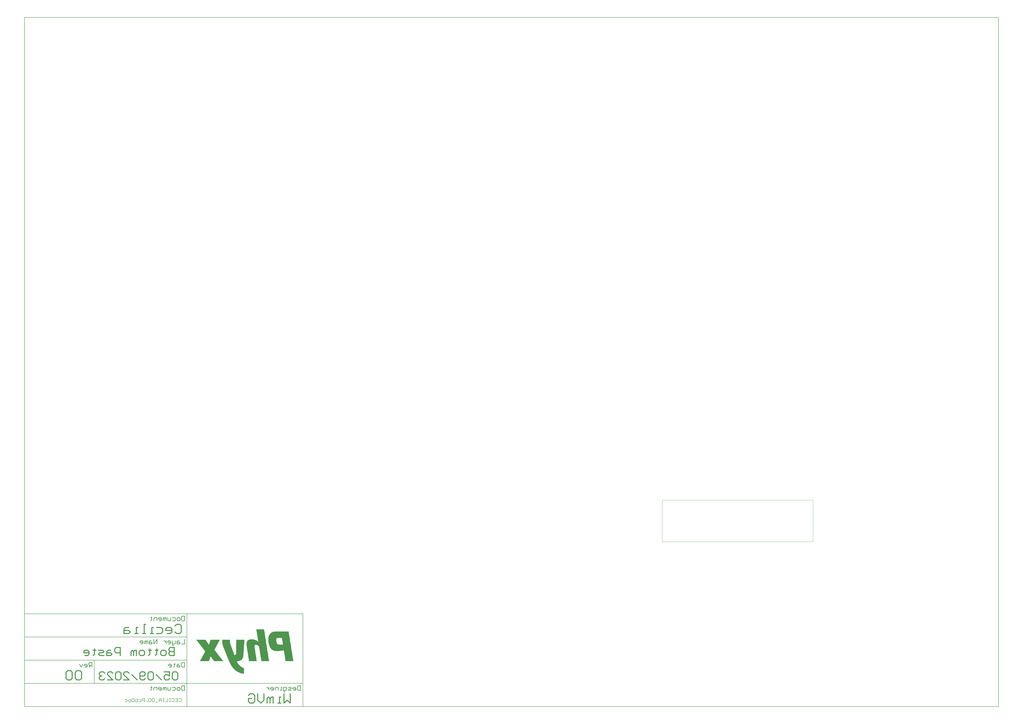
<source format=gbp>
G04*
G04 #@! TF.GenerationSoftware,Altium Limited,Altium Designer,23.8.1 (32)*
G04*
G04 Layer_Color=128*
%FSLAX25Y25*%
%MOIN*%
G70*
G04*
G04 #@! TF.SameCoordinates,025227D9-4B7A-4FEB-AE1B-E4A00E2DEE92*
G04*
G04*
G04 #@! TF.FilePolarity,Positive*
G04*
G01*
G75*
%ADD10C,0.00787*%
%ADD12C,0.00394*%
%ADD13C,0.00984*%
%ADD14C,0.01575*%
G36*
X109696Y-152365D02*
X107978D01*
Y-152651D01*
X107119D01*
Y-152937D01*
X106260D01*
Y-153224D01*
X105401D01*
Y-153510D01*
X104829D01*
Y-153796D01*
X104542D01*
Y-154083D01*
X103970D01*
Y-154369D01*
X103683D01*
Y-154655D01*
X103111D01*
Y-154942D01*
X102824D01*
Y-155228D01*
X102538D01*
Y-155514D01*
X102252D01*
Y-155801D01*
X101965D01*
Y-156087D01*
X101679D01*
Y-156373D01*
X101393D01*
Y-156659D01*
Y-156946D01*
X101107D01*
Y-157232D01*
X100820D01*
Y-157518D01*
Y-157805D01*
X100534D01*
Y-158091D01*
X100248D01*
Y-158377D01*
Y-158664D01*
X99961D01*
Y-158950D01*
Y-159236D01*
Y-159523D01*
X99675D01*
Y-159809D01*
Y-160095D01*
Y-160382D01*
X99389D01*
Y-160668D01*
Y-160954D01*
Y-161240D01*
Y-161527D01*
X99102D01*
Y-161813D01*
Y-162100D01*
Y-162386D01*
Y-162672D01*
Y-162958D01*
X98816D01*
Y-163245D01*
Y-163531D01*
Y-163817D01*
Y-164104D01*
Y-164390D01*
Y-164676D01*
Y-164963D01*
Y-165249D01*
Y-165535D01*
Y-165822D01*
Y-166108D01*
Y-166394D01*
Y-166681D01*
Y-166967D01*
Y-167253D01*
Y-167539D01*
Y-167826D01*
Y-168112D01*
Y-168398D01*
Y-168685D01*
X99102D01*
Y-168971D01*
Y-169257D01*
Y-169544D01*
Y-169830D01*
Y-170116D01*
Y-170403D01*
Y-170689D01*
X99389D01*
Y-170975D01*
Y-171262D01*
Y-171548D01*
Y-171834D01*
Y-172120D01*
X99675D01*
Y-172407D01*
Y-172693D01*
Y-172979D01*
Y-173266D01*
Y-173552D01*
X99961D01*
Y-173838D01*
Y-174125D01*
Y-174411D01*
X100248D01*
Y-174697D01*
Y-174984D01*
Y-175270D01*
Y-175556D01*
X100534D01*
Y-175842D01*
Y-176129D01*
Y-176415D01*
X100820D01*
Y-176701D01*
Y-176988D01*
X101107D01*
Y-177274D01*
Y-177560D01*
Y-177847D01*
X101393D01*
Y-178133D01*
Y-178419D01*
X101679D01*
Y-178706D01*
Y-178992D01*
X101965D01*
Y-179278D01*
Y-179565D01*
X102252D01*
Y-179851D01*
X102538D01*
Y-180137D01*
Y-180423D01*
X102824D01*
Y-180710D01*
X103111D01*
Y-180996D01*
X103397D01*
Y-181282D01*
Y-181569D01*
X103683D01*
Y-181855D01*
X103970D01*
Y-182141D01*
X104256D01*
Y-182428D01*
X104542D01*
Y-182714D01*
X104829D01*
Y-183000D01*
X105401D01*
Y-183287D01*
X105688D01*
Y-183573D01*
X106260D01*
Y-183859D01*
X106546D01*
Y-184146D01*
X107119D01*
Y-184432D01*
X107978D01*
Y-184718D01*
X108837D01*
Y-185004D01*
X109696D01*
Y-185291D01*
X111414D01*
Y-185577D01*
X116568D01*
Y-185291D01*
X119144D01*
Y-185004D01*
X121149D01*
Y-184718D01*
X122580D01*
Y-184432D01*
X124012D01*
Y-184146D01*
X125443D01*
Y-184432D01*
Y-184718D01*
Y-185004D01*
Y-185291D01*
Y-185577D01*
Y-185863D01*
Y-186150D01*
X125730D01*
Y-186436D01*
Y-186722D01*
Y-187009D01*
Y-187295D01*
Y-187581D01*
Y-187868D01*
X126016D01*
Y-188154D01*
Y-188440D01*
Y-188727D01*
Y-189013D01*
Y-189299D01*
Y-189585D01*
X126302D01*
Y-189872D01*
Y-190158D01*
Y-190444D01*
Y-190731D01*
Y-191017D01*
Y-191303D01*
Y-191590D01*
X126588D01*
Y-191876D01*
Y-192162D01*
Y-192449D01*
Y-192735D01*
Y-193021D01*
Y-193308D01*
X126875D01*
Y-193594D01*
Y-193880D01*
Y-194167D01*
Y-194453D01*
Y-194739D01*
Y-195025D01*
X127161D01*
Y-195312D01*
Y-195598D01*
Y-195884D01*
Y-196171D01*
Y-196457D01*
Y-196743D01*
Y-197030D01*
X127447D01*
Y-197316D01*
Y-197602D01*
Y-197889D01*
Y-198175D01*
Y-198461D01*
Y-198748D01*
X127734D01*
Y-199034D01*
Y-199320D01*
Y-199606D01*
Y-199893D01*
Y-200179D01*
Y-200465D01*
X128020D01*
Y-200752D01*
Y-201038D01*
Y-201324D01*
Y-201611D01*
Y-201897D01*
Y-202183D01*
Y-202470D01*
X141477D01*
Y-202183D01*
X141190D01*
Y-201897D01*
Y-201611D01*
Y-201324D01*
Y-201038D01*
Y-200752D01*
X140904D01*
Y-200465D01*
Y-200179D01*
Y-199893D01*
Y-199606D01*
Y-199320D01*
Y-199034D01*
Y-198748D01*
X140618D01*
Y-198461D01*
Y-198175D01*
Y-197889D01*
Y-197602D01*
Y-197316D01*
Y-197030D01*
X140331D01*
Y-196743D01*
Y-196457D01*
Y-196171D01*
Y-195884D01*
Y-195598D01*
Y-195312D01*
X140045D01*
Y-195025D01*
Y-194739D01*
Y-194453D01*
Y-194167D01*
Y-193880D01*
Y-193594D01*
Y-193308D01*
X139759D01*
Y-193021D01*
Y-192735D01*
Y-192449D01*
Y-192162D01*
Y-191876D01*
Y-191590D01*
X139472D01*
Y-191303D01*
Y-191017D01*
Y-190731D01*
Y-190444D01*
Y-190158D01*
Y-189872D01*
X139186D01*
Y-189585D01*
Y-189299D01*
Y-189013D01*
Y-188727D01*
Y-188440D01*
Y-188154D01*
X138900D01*
Y-187868D01*
Y-187581D01*
Y-187295D01*
Y-187009D01*
Y-186722D01*
Y-186436D01*
Y-186150D01*
X138614D01*
Y-185863D01*
Y-185577D01*
Y-185291D01*
Y-185004D01*
Y-184718D01*
Y-184432D01*
X138327D01*
Y-184146D01*
Y-183859D01*
Y-183573D01*
Y-183287D01*
Y-183000D01*
Y-182714D01*
X138041D01*
Y-182428D01*
Y-182141D01*
Y-181855D01*
Y-181569D01*
Y-181282D01*
Y-180996D01*
X137755D01*
Y-180710D01*
Y-180423D01*
Y-180137D01*
Y-179851D01*
Y-179565D01*
Y-179278D01*
Y-178992D01*
X137468D01*
Y-178706D01*
Y-178419D01*
Y-178133D01*
Y-177847D01*
Y-177560D01*
Y-177274D01*
X137182D01*
Y-176988D01*
Y-176701D01*
Y-176415D01*
Y-176129D01*
Y-175842D01*
Y-175556D01*
X136896D01*
Y-175270D01*
Y-174984D01*
Y-174697D01*
Y-174411D01*
Y-174125D01*
Y-173838D01*
Y-173552D01*
X136609D01*
Y-173266D01*
Y-172979D01*
Y-172693D01*
Y-172407D01*
Y-172120D01*
Y-171834D01*
X136323D01*
Y-171548D01*
Y-171262D01*
Y-170975D01*
Y-170689D01*
Y-170403D01*
Y-170116D01*
X136037D01*
Y-169830D01*
Y-169544D01*
Y-169257D01*
Y-168971D01*
Y-168685D01*
Y-168398D01*
X135750D01*
Y-168112D01*
Y-167826D01*
Y-167539D01*
Y-167253D01*
Y-166967D01*
Y-166681D01*
Y-166394D01*
X135464D01*
Y-166108D01*
Y-165822D01*
Y-165535D01*
Y-165249D01*
Y-164963D01*
Y-164676D01*
X135178D01*
Y-164390D01*
Y-164104D01*
Y-163817D01*
Y-163531D01*
Y-163245D01*
Y-162958D01*
X134891D01*
Y-162672D01*
Y-162386D01*
Y-162100D01*
Y-161813D01*
Y-161527D01*
Y-161240D01*
Y-160954D01*
X134605D01*
Y-160668D01*
Y-160382D01*
Y-160095D01*
Y-159809D01*
Y-159523D01*
Y-159236D01*
X134319D01*
Y-158950D01*
Y-158664D01*
Y-158377D01*
Y-158091D01*
Y-157805D01*
Y-157518D01*
X134033D01*
Y-157232D01*
Y-156946D01*
Y-156659D01*
Y-156373D01*
Y-156087D01*
Y-155801D01*
Y-155514D01*
X133746D01*
Y-155228D01*
Y-154942D01*
Y-154655D01*
Y-154369D01*
Y-154083D01*
Y-153796D01*
X133460D01*
Y-153510D01*
Y-153224D01*
Y-152937D01*
Y-152651D01*
Y-152365D01*
Y-152078D01*
X109696D01*
Y-152365D01*
D02*
G37*
G36*
X78488Y-148929D02*
Y-149215D01*
X78774D01*
Y-149502D01*
Y-149788D01*
Y-150074D01*
Y-150361D01*
Y-150647D01*
Y-150933D01*
X79061D01*
Y-151220D01*
Y-151506D01*
Y-151792D01*
Y-152078D01*
Y-152365D01*
Y-152651D01*
X79347D01*
Y-152937D01*
Y-153224D01*
Y-153510D01*
Y-153796D01*
Y-154083D01*
Y-154369D01*
Y-154655D01*
X79633D01*
Y-154942D01*
Y-155228D01*
Y-155514D01*
Y-155801D01*
Y-156087D01*
Y-156373D01*
X79919D01*
Y-156659D01*
Y-156946D01*
Y-157232D01*
Y-157518D01*
Y-157805D01*
Y-158091D01*
X80206D01*
Y-158377D01*
Y-158664D01*
Y-158950D01*
Y-159236D01*
Y-159523D01*
Y-159809D01*
Y-160095D01*
X80492D01*
Y-160382D01*
Y-160668D01*
Y-160954D01*
Y-161240D01*
Y-161527D01*
Y-161813D01*
X80778D01*
Y-162100D01*
Y-162386D01*
Y-162672D01*
Y-162958D01*
Y-163245D01*
Y-163531D01*
X81065D01*
Y-163817D01*
Y-164104D01*
Y-164390D01*
Y-164676D01*
Y-164963D01*
Y-165249D01*
X81351D01*
Y-165535D01*
Y-165822D01*
Y-166108D01*
Y-166394D01*
Y-166681D01*
Y-166967D01*
Y-167253D01*
X81637D01*
Y-167539D01*
Y-167826D01*
Y-168112D01*
Y-168398D01*
Y-168685D01*
Y-168971D01*
X81924D01*
Y-169257D01*
Y-169544D01*
X81351D01*
Y-169257D01*
X81065D01*
Y-168971D01*
X80778D01*
Y-168685D01*
X80206D01*
Y-168398D01*
X79919D01*
Y-168112D01*
X79633D01*
Y-167826D01*
X79061D01*
Y-167539D01*
X78488D01*
Y-167253D01*
X78202D01*
Y-166967D01*
X77629D01*
Y-166681D01*
X76770D01*
Y-166394D01*
X76197D01*
Y-166108D01*
X75338D01*
Y-165822D01*
X73907D01*
Y-165535D01*
X67608D01*
Y-165822D01*
X66463D01*
Y-166108D01*
X65604D01*
Y-166394D01*
X65031D01*
Y-166681D01*
X64745D01*
Y-166967D01*
X64172D01*
Y-167253D01*
X63886D01*
Y-167539D01*
X63600D01*
Y-167826D01*
X63313D01*
Y-168112D01*
X63027D01*
Y-168398D01*
Y-168685D01*
X62741D01*
Y-168971D01*
Y-169257D01*
X62454D01*
Y-169544D01*
Y-169830D01*
Y-170116D01*
X62168D01*
Y-170403D01*
Y-170689D01*
Y-170975D01*
Y-171262D01*
X61882D01*
Y-171548D01*
Y-171834D01*
Y-172120D01*
Y-172407D01*
Y-172693D01*
Y-172979D01*
Y-173266D01*
Y-173552D01*
Y-173838D01*
Y-174125D01*
Y-174411D01*
Y-174697D01*
Y-174984D01*
Y-175270D01*
Y-175556D01*
Y-175842D01*
Y-176129D01*
Y-176415D01*
X62168D01*
Y-176701D01*
Y-176988D01*
Y-177274D01*
Y-177560D01*
Y-177847D01*
Y-178133D01*
Y-178419D01*
X62454D01*
Y-178706D01*
Y-178992D01*
Y-179278D01*
Y-179565D01*
Y-179851D01*
Y-180137D01*
Y-180423D01*
X62741D01*
Y-180710D01*
Y-180996D01*
Y-181282D01*
Y-181569D01*
Y-181855D01*
Y-182141D01*
X63027D01*
Y-182428D01*
Y-182714D01*
Y-183000D01*
Y-183287D01*
Y-183573D01*
Y-183859D01*
X63313D01*
Y-184146D01*
Y-184432D01*
Y-184718D01*
Y-185004D01*
Y-185291D01*
Y-185577D01*
X63600D01*
Y-185863D01*
Y-186150D01*
Y-186436D01*
Y-186722D01*
Y-187009D01*
Y-187295D01*
Y-187581D01*
X63886D01*
Y-187868D01*
Y-188154D01*
Y-188440D01*
Y-188727D01*
Y-189013D01*
Y-189299D01*
X64172D01*
Y-189585D01*
Y-189872D01*
Y-190158D01*
Y-190444D01*
Y-190731D01*
Y-191017D01*
X64459D01*
Y-191303D01*
Y-191590D01*
Y-191876D01*
Y-192162D01*
Y-192449D01*
Y-192735D01*
Y-193021D01*
X64745D01*
Y-193308D01*
Y-193594D01*
Y-193880D01*
Y-194167D01*
Y-194453D01*
Y-194739D01*
X65031D01*
Y-195025D01*
Y-195312D01*
Y-195598D01*
Y-195884D01*
Y-196171D01*
Y-196457D01*
X65317D01*
Y-196743D01*
Y-197030D01*
Y-197316D01*
Y-197602D01*
Y-197889D01*
Y-198175D01*
X65604D01*
Y-198461D01*
Y-198748D01*
Y-199034D01*
Y-199320D01*
Y-199606D01*
Y-199893D01*
Y-200179D01*
X65890D01*
Y-200465D01*
Y-200752D01*
Y-201038D01*
Y-201324D01*
Y-201611D01*
Y-201897D01*
X66176D01*
Y-202183D01*
Y-202470D01*
X79347D01*
Y-202183D01*
Y-201897D01*
X79061D01*
Y-201611D01*
Y-201324D01*
Y-201038D01*
Y-200752D01*
Y-200465D01*
Y-200179D01*
X78774D01*
Y-199893D01*
Y-199606D01*
Y-199320D01*
Y-199034D01*
Y-198748D01*
Y-198461D01*
Y-198175D01*
X78488D01*
Y-197889D01*
Y-197602D01*
Y-197316D01*
Y-197030D01*
Y-196743D01*
Y-196457D01*
X78202D01*
Y-196171D01*
Y-195884D01*
Y-195598D01*
Y-195312D01*
Y-195025D01*
Y-194739D01*
X77915D01*
Y-194453D01*
Y-194167D01*
Y-193880D01*
Y-193594D01*
Y-193308D01*
Y-193021D01*
Y-192735D01*
X77629D01*
Y-192449D01*
Y-192162D01*
Y-191876D01*
Y-191590D01*
Y-191303D01*
Y-191017D01*
X77343D01*
Y-190731D01*
Y-190444D01*
Y-190158D01*
Y-189872D01*
Y-189585D01*
Y-189299D01*
Y-189013D01*
X77056D01*
Y-188727D01*
Y-188440D01*
Y-188154D01*
Y-187868D01*
Y-187581D01*
Y-187295D01*
X76770D01*
Y-187009D01*
Y-186722D01*
Y-186436D01*
Y-186150D01*
Y-185863D01*
Y-185577D01*
X76484D01*
Y-185291D01*
Y-185004D01*
Y-184718D01*
Y-184432D01*
Y-184146D01*
Y-183859D01*
X76197D01*
Y-183573D01*
Y-183287D01*
Y-183000D01*
Y-182714D01*
Y-182428D01*
Y-182141D01*
Y-181855D01*
X75911D01*
Y-181569D01*
Y-181282D01*
Y-180996D01*
Y-180710D01*
Y-180423D01*
Y-180137D01*
X75625D01*
Y-179851D01*
Y-179565D01*
Y-179278D01*
Y-178992D01*
Y-178706D01*
Y-178419D01*
Y-178133D01*
X75338D01*
Y-177847D01*
Y-177560D01*
Y-177274D01*
Y-176988D01*
Y-176701D01*
Y-176415D01*
X75625D01*
Y-176129D01*
Y-175842D01*
X75911D01*
Y-175556D01*
X76197D01*
Y-175270D01*
X76770D01*
Y-174984D01*
X78488D01*
Y-175270D01*
X79919D01*
Y-175556D01*
X80778D01*
Y-175842D01*
X81351D01*
Y-176129D01*
X81637D01*
Y-176415D01*
X82210D01*
Y-176701D01*
X82496D01*
Y-176988D01*
X82783D01*
Y-177274D01*
Y-177560D01*
X83069D01*
Y-177847D01*
Y-178133D01*
Y-178419D01*
X83355D01*
Y-178706D01*
Y-178992D01*
Y-179278D01*
Y-179565D01*
Y-179851D01*
Y-180137D01*
X83641D01*
Y-180423D01*
Y-180710D01*
Y-180996D01*
Y-181282D01*
Y-181569D01*
Y-181855D01*
Y-182141D01*
X83928D01*
Y-182428D01*
Y-182714D01*
Y-183000D01*
Y-183287D01*
Y-183573D01*
Y-183859D01*
X84214D01*
Y-184146D01*
Y-184432D01*
Y-184718D01*
Y-185004D01*
Y-185291D01*
Y-185577D01*
X84500D01*
Y-185863D01*
Y-186150D01*
Y-186436D01*
Y-186722D01*
Y-187009D01*
Y-187295D01*
X84787D01*
Y-187581D01*
Y-187868D01*
Y-188154D01*
Y-188440D01*
Y-188727D01*
Y-189013D01*
Y-189299D01*
X85073D01*
Y-189585D01*
Y-189872D01*
Y-190158D01*
Y-190444D01*
Y-190731D01*
Y-191017D01*
X85359D01*
Y-191303D01*
Y-191590D01*
Y-191876D01*
Y-192162D01*
Y-192449D01*
Y-192735D01*
X85646D01*
Y-193021D01*
Y-193308D01*
Y-193594D01*
Y-193880D01*
Y-194167D01*
Y-194453D01*
Y-194739D01*
X85932D01*
Y-195025D01*
Y-195312D01*
Y-195598D01*
Y-195884D01*
Y-196171D01*
Y-196457D01*
X86218D01*
Y-196743D01*
Y-197030D01*
Y-197316D01*
Y-197602D01*
Y-197889D01*
Y-198175D01*
X86505D01*
Y-198461D01*
Y-198748D01*
Y-199034D01*
Y-199320D01*
Y-199606D01*
Y-199893D01*
X86791D01*
Y-200179D01*
Y-200465D01*
Y-200752D01*
Y-201038D01*
Y-201324D01*
Y-201611D01*
Y-201897D01*
X87077D01*
Y-202183D01*
Y-202470D01*
X100248D01*
Y-202183D01*
Y-201897D01*
X99961D01*
Y-201611D01*
Y-201324D01*
Y-201038D01*
Y-200752D01*
Y-200465D01*
Y-200179D01*
Y-199893D01*
X99675D01*
Y-199606D01*
Y-199320D01*
Y-199034D01*
Y-198748D01*
Y-198461D01*
Y-198175D01*
X99389D01*
Y-197889D01*
Y-197602D01*
Y-197316D01*
Y-197030D01*
Y-196743D01*
Y-196457D01*
X99102D01*
Y-196171D01*
Y-195884D01*
Y-195598D01*
Y-195312D01*
Y-195025D01*
Y-194739D01*
Y-194453D01*
X98816D01*
Y-194167D01*
Y-193880D01*
Y-193594D01*
Y-193308D01*
Y-193021D01*
Y-192735D01*
X98530D01*
Y-192449D01*
Y-192162D01*
Y-191876D01*
Y-191590D01*
Y-191303D01*
Y-191017D01*
X98243D01*
Y-190731D01*
Y-190444D01*
Y-190158D01*
Y-189872D01*
Y-189585D01*
Y-189299D01*
X97957D01*
Y-189013D01*
Y-188727D01*
Y-188440D01*
Y-188154D01*
Y-187868D01*
Y-187581D01*
Y-187295D01*
X97671D01*
Y-187009D01*
Y-186722D01*
Y-186436D01*
Y-186150D01*
Y-185863D01*
Y-185577D01*
X97385D01*
Y-185291D01*
Y-185004D01*
Y-184718D01*
Y-184432D01*
Y-184146D01*
Y-183859D01*
X97098D01*
Y-183573D01*
Y-183287D01*
Y-183000D01*
Y-182714D01*
Y-182428D01*
Y-182141D01*
Y-181855D01*
X96812D01*
Y-181569D01*
Y-181282D01*
Y-180996D01*
Y-180710D01*
Y-180423D01*
Y-180137D01*
X96526D01*
Y-179851D01*
Y-179565D01*
Y-179278D01*
Y-178992D01*
Y-178706D01*
Y-178419D01*
X96239D01*
Y-178133D01*
Y-177847D01*
Y-177560D01*
Y-177274D01*
Y-176988D01*
Y-176701D01*
X95953D01*
Y-176415D01*
Y-176129D01*
Y-175842D01*
Y-175556D01*
Y-175270D01*
Y-174984D01*
Y-174697D01*
X95667D01*
Y-174411D01*
Y-174125D01*
Y-173838D01*
Y-173552D01*
Y-173266D01*
Y-172979D01*
X95380D01*
Y-172693D01*
Y-172407D01*
Y-172120D01*
Y-171834D01*
Y-171548D01*
Y-171262D01*
X95094D01*
Y-170975D01*
Y-170689D01*
Y-170403D01*
Y-170116D01*
Y-169830D01*
Y-169544D01*
X94808D01*
Y-169257D01*
Y-168971D01*
Y-168685D01*
Y-168398D01*
Y-168112D01*
Y-167826D01*
Y-167539D01*
X94521D01*
Y-167253D01*
Y-166967D01*
Y-166681D01*
Y-166394D01*
Y-166108D01*
Y-165822D01*
X94235D01*
Y-165535D01*
Y-165249D01*
Y-164963D01*
Y-164676D01*
Y-164390D01*
Y-164104D01*
X93949D01*
Y-163817D01*
Y-163531D01*
Y-163245D01*
Y-162958D01*
Y-162672D01*
Y-162386D01*
Y-162100D01*
X93663D01*
Y-161813D01*
Y-161527D01*
Y-161240D01*
Y-160954D01*
Y-160668D01*
Y-160382D01*
X93376D01*
Y-160095D01*
Y-159809D01*
Y-159523D01*
Y-159236D01*
Y-158950D01*
Y-158664D01*
X93090D01*
Y-158377D01*
Y-158091D01*
Y-157805D01*
Y-157518D01*
Y-157232D01*
Y-156946D01*
X92804D01*
Y-156659D01*
Y-156373D01*
Y-156087D01*
Y-155801D01*
Y-155514D01*
Y-155228D01*
Y-154942D01*
X92517D01*
Y-154655D01*
Y-154369D01*
Y-154083D01*
Y-153796D01*
Y-153510D01*
Y-153224D01*
X92231D01*
Y-152937D01*
Y-152651D01*
Y-152365D01*
Y-152078D01*
Y-151792D01*
Y-151506D01*
X91945D01*
Y-151220D01*
Y-150933D01*
Y-150647D01*
Y-150361D01*
Y-150074D01*
Y-149788D01*
Y-149502D01*
X91658D01*
Y-149215D01*
Y-148929D01*
Y-148643D01*
X78488D01*
Y-148929D01*
D02*
G37*
G36*
X-23439Y-166394D02*
X-23153D01*
Y-166681D01*
X-22867D01*
Y-166967D01*
Y-167253D01*
X-22581D01*
Y-167539D01*
X-22294D01*
Y-167826D01*
X-22008D01*
Y-168112D01*
Y-168398D01*
X-21722D01*
Y-168685D01*
X-21435D01*
Y-168971D01*
X-21149D01*
Y-169257D01*
X-20863D01*
Y-169544D01*
Y-169830D01*
X-20576D01*
Y-170116D01*
X-20290D01*
Y-170403D01*
X-20004D01*
Y-170689D01*
Y-170975D01*
X-19717D01*
Y-171262D01*
X-19431D01*
Y-171548D01*
X-19145D01*
Y-171834D01*
X-18858D01*
Y-172120D01*
Y-172407D01*
X-18572D01*
Y-172693D01*
X-18286D01*
Y-172979D01*
X-18000D01*
Y-173266D01*
Y-173552D01*
X-17713D01*
Y-173838D01*
X-17427D01*
Y-174125D01*
X-17141D01*
Y-174411D01*
Y-174697D01*
X-16854D01*
Y-174984D01*
X-16568D01*
Y-175270D01*
X-16282D01*
Y-175556D01*
X-15995D01*
Y-175842D01*
Y-176129D01*
X-15709D01*
Y-176415D01*
X-15423D01*
Y-176701D01*
X-15136D01*
Y-176988D01*
Y-177274D01*
X-14850D01*
Y-177560D01*
X-14564D01*
Y-177847D01*
X-14277D01*
Y-178133D01*
Y-178419D01*
X-13991D01*
Y-178706D01*
X-13705D01*
Y-178992D01*
X-13419D01*
Y-179278D01*
X-13132D01*
Y-179565D01*
Y-179851D01*
X-12846D01*
Y-180137D01*
X-12560D01*
Y-180423D01*
X-12273D01*
Y-180710D01*
Y-180996D01*
X-11987D01*
Y-181282D01*
X-11701D01*
Y-181569D01*
X-11414D01*
Y-181855D01*
Y-182141D01*
X-11128D01*
Y-182428D01*
X-10842D01*
Y-182714D01*
X-10555D01*
Y-183000D01*
X-10269D01*
Y-183287D01*
Y-183573D01*
X-9983D01*
Y-183859D01*
X-9697D01*
Y-184146D01*
X-9410D01*
Y-184432D01*
Y-184718D01*
X-9124D01*
Y-185004D01*
X-8838D01*
Y-185291D01*
X-8551D01*
Y-185577D01*
X-8265D01*
Y-185863D01*
Y-186150D01*
X-8551D01*
Y-186436D01*
Y-186722D01*
X-8838D01*
Y-187009D01*
Y-187295D01*
X-9124D01*
Y-187581D01*
X-9410D01*
Y-187868D01*
Y-188154D01*
X-9697D01*
Y-188440D01*
Y-188727D01*
X-9983D01*
Y-189013D01*
Y-189299D01*
X-10269D01*
Y-189585D01*
Y-189872D01*
X-10555D01*
Y-190158D01*
Y-190444D01*
X-10842D01*
Y-190731D01*
Y-191017D01*
X-11128D01*
Y-191303D01*
Y-191590D01*
X-11414D01*
Y-191876D01*
Y-192162D01*
X-11701D01*
Y-192449D01*
X-11987D01*
Y-192735D01*
Y-193021D01*
X-12273D01*
Y-193308D01*
Y-193594D01*
X-12560D01*
Y-193880D01*
Y-194167D01*
X-12846D01*
Y-194453D01*
Y-194739D01*
X-13132D01*
Y-195025D01*
Y-195312D01*
X-13419D01*
Y-195598D01*
Y-195884D01*
X-13705D01*
Y-196171D01*
Y-196457D01*
X-13991D01*
Y-196743D01*
X-14277D01*
Y-197030D01*
Y-197316D01*
X-14564D01*
Y-197602D01*
Y-197889D01*
X-14850D01*
Y-198175D01*
Y-198461D01*
X-15136D01*
Y-198748D01*
Y-199034D01*
X-15423D01*
Y-199320D01*
Y-199606D01*
X-15709D01*
Y-199893D01*
Y-200179D01*
X-15995D01*
Y-200465D01*
Y-200752D01*
X-16282D01*
Y-201038D01*
X-16568D01*
Y-201324D01*
Y-201611D01*
X-16854D01*
Y-201897D01*
Y-202183D01*
X-17141D01*
Y-202470D01*
X-1966D01*
Y-202183D01*
X-1680D01*
Y-201897D01*
Y-201611D01*
Y-201324D01*
X-1393D01*
Y-201038D01*
Y-200752D01*
Y-200465D01*
X-1107D01*
Y-200179D01*
Y-199893D01*
X-821D01*
Y-199606D01*
Y-199320D01*
Y-199034D01*
X-534D01*
Y-198748D01*
Y-198461D01*
Y-198175D01*
X-248D01*
Y-197889D01*
Y-197602D01*
X38D01*
Y-197316D01*
Y-197030D01*
Y-196743D01*
X325D01*
Y-196457D01*
Y-196171D01*
Y-195884D01*
X611D01*
Y-195598D01*
Y-195312D01*
Y-195025D01*
X897D01*
Y-194739D01*
X1470D01*
Y-195025D01*
Y-195312D01*
X1756D01*
Y-195598D01*
X2042D01*
Y-195884D01*
Y-196171D01*
X2329D01*
Y-196457D01*
X2615D01*
Y-196743D01*
Y-197030D01*
X2901D01*
Y-197316D01*
X3188D01*
Y-197602D01*
Y-197889D01*
X3474D01*
Y-198175D01*
X3760D01*
Y-198461D01*
X4047D01*
Y-198748D01*
Y-199034D01*
X4333D01*
Y-199320D01*
X4619D01*
Y-199606D01*
Y-199893D01*
X4905D01*
Y-200179D01*
X5192D01*
Y-200465D01*
Y-200752D01*
X5478D01*
Y-201038D01*
X5764D01*
Y-201324D01*
Y-201611D01*
X6051D01*
Y-201897D01*
X6337D01*
Y-202183D01*
Y-202470D01*
X22371D01*
Y-202183D01*
X22084D01*
Y-201897D01*
X21798D01*
Y-201611D01*
X21512D01*
Y-201324D01*
X21225D01*
Y-201038D01*
Y-200752D01*
X20939D01*
Y-200465D01*
X20653D01*
Y-200179D01*
X20366D01*
Y-199893D01*
X20080D01*
Y-199606D01*
Y-199320D01*
X19794D01*
Y-199034D01*
X19507D01*
Y-198748D01*
X19221D01*
Y-198461D01*
Y-198175D01*
X18935D01*
Y-197889D01*
X18649D01*
Y-197602D01*
X18362D01*
Y-197316D01*
X18076D01*
Y-197030D01*
Y-196743D01*
X17789D01*
Y-196457D01*
X17503D01*
Y-196171D01*
X17217D01*
Y-195884D01*
X16931D01*
Y-195598D01*
Y-195312D01*
X16644D01*
Y-195025D01*
X16358D01*
Y-194739D01*
X16072D01*
Y-194453D01*
Y-194167D01*
X15785D01*
Y-193880D01*
X15499D01*
Y-193594D01*
X15213D01*
Y-193308D01*
X14926D01*
Y-193021D01*
Y-192735D01*
X14640D01*
Y-192449D01*
X14354D01*
Y-192162D01*
X14067D01*
Y-191876D01*
Y-191590D01*
X13781D01*
Y-191303D01*
X13495D01*
Y-191017D01*
X13208D01*
Y-190731D01*
X12922D01*
Y-190444D01*
Y-190158D01*
X12636D01*
Y-189872D01*
X12350D01*
Y-189585D01*
X12063D01*
Y-189299D01*
Y-189013D01*
X11777D01*
Y-188727D01*
X11491D01*
Y-188440D01*
X11204D01*
Y-188154D01*
X10918D01*
Y-187868D01*
Y-187581D01*
X10632D01*
Y-187295D01*
X10345D01*
Y-187009D01*
X10059D01*
Y-186722D01*
X9773D01*
Y-186436D01*
Y-186150D01*
X9487D01*
Y-185863D01*
X9200D01*
Y-185577D01*
X8914D01*
Y-185291D01*
Y-185004D01*
X8627D01*
Y-184718D01*
X8341D01*
Y-184432D01*
X8055D01*
Y-184146D01*
X7769D01*
Y-183859D01*
Y-183573D01*
X7482D01*
Y-183287D01*
Y-183000D01*
Y-182714D01*
X7769D01*
Y-182428D01*
X8055D01*
Y-182141D01*
Y-181855D01*
X8341D01*
Y-181569D01*
Y-181282D01*
X8627D01*
Y-180996D01*
Y-180710D01*
X8914D01*
Y-180423D01*
Y-180137D01*
X9200D01*
Y-179851D01*
Y-179565D01*
X9487D01*
Y-179278D01*
Y-178992D01*
X9773D01*
Y-178706D01*
X10059D01*
Y-178419D01*
Y-178133D01*
X10345D01*
Y-177847D01*
Y-177560D01*
X10632D01*
Y-177274D01*
Y-176988D01*
X10918D01*
Y-176701D01*
Y-176415D01*
X11204D01*
Y-176129D01*
Y-175842D01*
X11491D01*
Y-175556D01*
Y-175270D01*
X11777D01*
Y-174984D01*
X12063D01*
Y-174697D01*
Y-174411D01*
X12350D01*
Y-174125D01*
Y-173838D01*
X12636D01*
Y-173552D01*
Y-173266D01*
X12922D01*
Y-172979D01*
Y-172693D01*
X13208D01*
Y-172407D01*
Y-172120D01*
X13495D01*
Y-171834D01*
Y-171548D01*
X13781D01*
Y-171262D01*
Y-170975D01*
X14067D01*
Y-170689D01*
X14354D01*
Y-170403D01*
Y-170116D01*
X14640D01*
Y-169830D01*
Y-169544D01*
X14926D01*
Y-169257D01*
Y-168971D01*
X15213D01*
Y-168685D01*
Y-168398D01*
X15499D01*
Y-168112D01*
Y-167826D01*
X15785D01*
Y-167539D01*
Y-167253D01*
X16072D01*
Y-166967D01*
X16358D01*
Y-166681D01*
Y-166394D01*
X16644D01*
Y-166108D01*
X897D01*
Y-166394D01*
X611D01*
Y-166681D01*
Y-166967D01*
Y-167253D01*
X325D01*
Y-167539D01*
Y-167826D01*
Y-168112D01*
X38D01*
Y-168398D01*
Y-168685D01*
Y-168971D01*
X-248D01*
Y-169257D01*
Y-169544D01*
Y-169830D01*
X-534D01*
Y-170116D01*
Y-170403D01*
Y-170689D01*
X-821D01*
Y-170975D01*
Y-171262D01*
Y-171548D01*
X-1107D01*
Y-171834D01*
Y-172120D01*
Y-172407D01*
X-1393D01*
Y-172693D01*
Y-172979D01*
Y-173266D01*
X-1680D01*
Y-173552D01*
Y-173838D01*
Y-174125D01*
Y-174411D01*
X-2252D01*
Y-174125D01*
X-2539D01*
Y-173838D01*
X-2825D01*
Y-173552D01*
Y-173266D01*
X-3111D01*
Y-172979D01*
X-3398D01*
Y-172693D01*
Y-172407D01*
X-3684D01*
Y-172120D01*
X-3970D01*
Y-171834D01*
Y-171548D01*
X-4256D01*
Y-171262D01*
X-4543D01*
Y-170975D01*
Y-170689D01*
X-4829D01*
Y-170403D01*
X-5116D01*
Y-170116D01*
Y-169830D01*
X-5402D01*
Y-169544D01*
X-5688D01*
Y-169257D01*
Y-168971D01*
X-5974D01*
Y-168685D01*
X-6261D01*
Y-168398D01*
Y-168112D01*
X-6547D01*
Y-167826D01*
X-6833D01*
Y-167539D01*
Y-167253D01*
X-7120D01*
Y-166967D01*
X-7406D01*
Y-166681D01*
Y-166394D01*
X-7692D01*
Y-166108D01*
X-23439D01*
Y-166394D01*
D02*
G37*
G36*
X20653D02*
Y-166681D01*
Y-166967D01*
Y-167253D01*
Y-167539D01*
Y-167826D01*
Y-168112D01*
Y-168398D01*
Y-168685D01*
Y-168971D01*
Y-169257D01*
Y-169544D01*
Y-169830D01*
Y-170116D01*
Y-170403D01*
Y-170689D01*
Y-170975D01*
Y-171262D01*
Y-171548D01*
Y-171834D01*
Y-172120D01*
X20939D01*
Y-172407D01*
Y-172693D01*
Y-172979D01*
Y-173266D01*
Y-173552D01*
X21225D01*
Y-173838D01*
Y-174125D01*
Y-174411D01*
Y-174697D01*
X21512D01*
Y-174984D01*
Y-175270D01*
Y-175556D01*
Y-175842D01*
X21798D01*
Y-176129D01*
Y-176415D01*
Y-176701D01*
X22084D01*
Y-176988D01*
Y-177274D01*
Y-177560D01*
X22371D01*
Y-177847D01*
Y-178133D01*
Y-178419D01*
X22657D01*
Y-178706D01*
Y-178992D01*
Y-179278D01*
X22943D01*
Y-179565D01*
Y-179851D01*
X23230D01*
Y-180137D01*
Y-180423D01*
X23516D01*
Y-180710D01*
Y-180996D01*
Y-181282D01*
X23802D01*
Y-181569D01*
Y-181855D01*
X24088D01*
Y-182141D01*
Y-182428D01*
Y-182714D01*
X24375D01*
Y-183000D01*
Y-183287D01*
X24661D01*
Y-183573D01*
Y-183859D01*
Y-184146D01*
X24947D01*
Y-184432D01*
Y-184718D01*
X25234D01*
Y-185004D01*
Y-185291D01*
Y-185577D01*
X25520D01*
Y-185863D01*
Y-186150D01*
X25806D01*
Y-186436D01*
Y-186722D01*
Y-187009D01*
X26093D01*
Y-187295D01*
Y-187581D01*
X26379D01*
Y-187868D01*
Y-188154D01*
Y-188440D01*
X26665D01*
Y-188727D01*
Y-189013D01*
X26952D01*
Y-189299D01*
Y-189585D01*
Y-189872D01*
X27238D01*
Y-190158D01*
Y-190444D01*
X27524D01*
Y-190731D01*
Y-191017D01*
Y-191303D01*
X27810D01*
Y-191590D01*
Y-191876D01*
X28097D01*
Y-192162D01*
Y-192449D01*
Y-192735D01*
X28383D01*
Y-193021D01*
Y-193308D01*
X28669D01*
Y-193594D01*
Y-193880D01*
Y-194167D01*
X28956D01*
Y-194453D01*
Y-194739D01*
X29242D01*
Y-195025D01*
Y-195312D01*
Y-195598D01*
X29528D01*
Y-195884D01*
Y-196171D01*
X29815D01*
Y-196457D01*
Y-196743D01*
Y-197030D01*
X30101D01*
Y-197316D01*
Y-197602D01*
X30387D01*
Y-197889D01*
Y-198175D01*
Y-198461D01*
X30674D01*
Y-198748D01*
Y-199034D01*
X30960D01*
Y-199320D01*
Y-199606D01*
Y-199893D01*
X31246D01*
Y-200179D01*
Y-200465D01*
X31533D01*
Y-200752D01*
Y-201038D01*
Y-201324D01*
X31819D01*
Y-201611D01*
Y-201897D01*
X32105D01*
Y-202183D01*
Y-202470D01*
Y-202756D01*
X32392D01*
Y-203042D01*
Y-203328D01*
X32678D01*
Y-203615D01*
Y-203901D01*
X32964D01*
Y-204187D01*
Y-204474D01*
X33250D01*
Y-204760D01*
Y-205046D01*
Y-205333D01*
X33537D01*
Y-205619D01*
X33823D01*
Y-205905D01*
Y-206192D01*
Y-206478D01*
X34109D01*
Y-206764D01*
X34396D01*
Y-207051D01*
Y-207337D01*
X34682D01*
Y-207623D01*
Y-207909D01*
X34968D01*
Y-208196D01*
Y-208482D01*
X35255D01*
Y-208769D01*
Y-209055D01*
X35541D01*
Y-209341D01*
X35827D01*
Y-209627D01*
Y-209914D01*
X36114D01*
Y-210200D01*
Y-210486D01*
X36400D01*
Y-210773D01*
X36686D01*
Y-211059D01*
X36972D01*
Y-211345D01*
Y-211632D01*
X37259D01*
Y-211918D01*
X37545D01*
Y-212204D01*
Y-212491D01*
X37832D01*
Y-212777D01*
X38118D01*
Y-213063D01*
X38404D01*
Y-213350D01*
Y-213636D01*
X38690D01*
Y-213922D01*
X38977D01*
Y-214208D01*
X39263D01*
Y-214495D01*
X39549D01*
Y-214781D01*
X39836D01*
Y-215067D01*
Y-215354D01*
X40122D01*
Y-215640D01*
X40408D01*
Y-215926D01*
X40695D01*
Y-216213D01*
X40981D01*
Y-216499D01*
X41267D01*
Y-216785D01*
X41554D01*
Y-217072D01*
X41840D01*
Y-217358D01*
X42412D01*
Y-217644D01*
X42699D01*
Y-217931D01*
X42985D01*
Y-218217D01*
X43271D01*
Y-218503D01*
X43558D01*
Y-218789D01*
X44130D01*
Y-219076D01*
X44417D01*
Y-219362D01*
X44989D01*
Y-219648D01*
X45276D01*
Y-219935D01*
X45848D01*
Y-220221D01*
X46134D01*
Y-220507D01*
X46707D01*
Y-220794D01*
X47280D01*
Y-221080D01*
X47852D01*
Y-221366D01*
X48425D01*
Y-221653D01*
X48998D01*
Y-221939D01*
X49857D01*
Y-222225D01*
X50429D01*
Y-222512D01*
X51288D01*
Y-222798D01*
X52433D01*
Y-223084D01*
X53579D01*
Y-223370D01*
X55296D01*
Y-223657D01*
X57301D01*
Y-223943D01*
X57587D01*
Y-223657D01*
Y-223370D01*
Y-223084D01*
Y-222798D01*
Y-222512D01*
Y-222225D01*
Y-221939D01*
Y-221653D01*
Y-221366D01*
Y-221080D01*
Y-220794D01*
Y-220507D01*
Y-220221D01*
Y-219935D01*
Y-219648D01*
Y-219362D01*
Y-219076D01*
Y-218789D01*
Y-218503D01*
Y-218217D01*
Y-217931D01*
Y-217644D01*
Y-217358D01*
Y-217072D01*
Y-216785D01*
Y-216499D01*
Y-216213D01*
Y-215926D01*
Y-215640D01*
Y-215354D01*
Y-215067D01*
Y-214781D01*
Y-214495D01*
X57014D01*
Y-214208D01*
X56442D01*
Y-213922D01*
X55869D01*
Y-213636D01*
X55296D01*
Y-213350D01*
X54724D01*
Y-213063D01*
X54151D01*
Y-212777D01*
X53865D01*
Y-212491D01*
X53292D01*
Y-212204D01*
X53006D01*
Y-211918D01*
X52433D01*
Y-211632D01*
X52147D01*
Y-211345D01*
X51861D01*
Y-211059D01*
X51288D01*
Y-210773D01*
X51002D01*
Y-210486D01*
X50716D01*
Y-210200D01*
X50429D01*
Y-209914D01*
X50143D01*
Y-209627D01*
X49857D01*
Y-209341D01*
X49570D01*
Y-209055D01*
X49284D01*
Y-208769D01*
X48998D01*
Y-208482D01*
X48711D01*
Y-208196D01*
X48425D01*
Y-207909D01*
X48139D01*
Y-207623D01*
Y-207337D01*
X47852D01*
Y-207051D01*
X47566D01*
Y-206764D01*
X47280D01*
Y-206478D01*
Y-206192D01*
X46993D01*
Y-205905D01*
X46707D01*
Y-205619D01*
Y-205333D01*
X46421D01*
Y-205046D01*
Y-204760D01*
X46134D01*
Y-204474D01*
X45848D01*
Y-204187D01*
Y-203901D01*
X45562D01*
Y-203615D01*
Y-203328D01*
X45276D01*
Y-203042D01*
Y-202756D01*
X46993D01*
Y-202470D01*
X48998D01*
Y-202183D01*
X50143D01*
Y-201897D01*
X50716D01*
Y-201611D01*
X51574D01*
Y-201324D01*
X52147D01*
Y-201038D01*
X52433D01*
Y-200752D01*
X53006D01*
Y-200465D01*
X53292D01*
Y-200179D01*
X53579D01*
Y-199893D01*
X53865D01*
Y-199606D01*
X54151D01*
Y-199320D01*
X54438D01*
Y-199034D01*
Y-198748D01*
X54724D01*
Y-198461D01*
X55010D01*
Y-198175D01*
Y-197889D01*
X55296D01*
Y-197602D01*
Y-197316D01*
X55583D01*
Y-197030D01*
Y-196743D01*
X55869D01*
Y-196457D01*
Y-196171D01*
Y-195884D01*
X56156D01*
Y-195598D01*
Y-195312D01*
Y-195025D01*
Y-194739D01*
X56442D01*
Y-194453D01*
Y-194167D01*
Y-193880D01*
Y-193594D01*
Y-193308D01*
Y-193021D01*
Y-192735D01*
X56728D01*
Y-192449D01*
Y-192162D01*
Y-191876D01*
Y-191590D01*
Y-191303D01*
Y-191017D01*
Y-190731D01*
Y-190444D01*
Y-190158D01*
Y-189872D01*
Y-189585D01*
Y-189299D01*
Y-189013D01*
Y-188727D01*
Y-188440D01*
X57014D01*
Y-188154D01*
Y-187868D01*
Y-187581D01*
Y-187295D01*
Y-187009D01*
Y-186722D01*
Y-186436D01*
Y-186150D01*
Y-185863D01*
Y-185577D01*
Y-185291D01*
Y-185004D01*
Y-184718D01*
Y-184432D01*
Y-184146D01*
X57301D01*
Y-183859D01*
Y-183573D01*
Y-183287D01*
Y-183000D01*
Y-182714D01*
Y-182428D01*
Y-182141D01*
Y-181855D01*
Y-181569D01*
Y-181282D01*
Y-180996D01*
Y-180710D01*
Y-180423D01*
Y-180137D01*
Y-179851D01*
Y-179565D01*
X57587D01*
Y-179278D01*
Y-178992D01*
Y-178706D01*
Y-178419D01*
Y-178133D01*
Y-177847D01*
Y-177560D01*
Y-177274D01*
Y-176988D01*
Y-176701D01*
Y-176415D01*
Y-176129D01*
Y-175842D01*
Y-175556D01*
Y-175270D01*
Y-174984D01*
X57873D01*
Y-174697D01*
Y-174411D01*
Y-174125D01*
Y-173838D01*
Y-173552D01*
Y-173266D01*
Y-172979D01*
Y-172693D01*
Y-172407D01*
Y-172120D01*
Y-171834D01*
Y-171548D01*
Y-171262D01*
Y-170975D01*
X58160D01*
Y-170689D01*
Y-170403D01*
Y-170116D01*
Y-169830D01*
Y-169544D01*
Y-169257D01*
Y-168971D01*
Y-168685D01*
Y-168398D01*
Y-168112D01*
Y-167826D01*
Y-167539D01*
Y-167253D01*
Y-166967D01*
Y-166681D01*
Y-166394D01*
X58446D01*
Y-166108D01*
X44703D01*
Y-166394D01*
Y-166681D01*
Y-166967D01*
Y-167253D01*
Y-167539D01*
Y-167826D01*
Y-168112D01*
Y-168398D01*
Y-168685D01*
Y-168971D01*
Y-169257D01*
Y-169544D01*
Y-169830D01*
Y-170116D01*
X44417D01*
Y-170403D01*
Y-170689D01*
Y-170975D01*
Y-171262D01*
Y-171548D01*
Y-171834D01*
Y-172120D01*
Y-172407D01*
Y-172693D01*
Y-172979D01*
Y-173266D01*
Y-173552D01*
Y-173838D01*
Y-174125D01*
Y-174411D01*
Y-174697D01*
Y-174984D01*
Y-175270D01*
Y-175556D01*
Y-175842D01*
Y-176129D01*
Y-176415D01*
Y-176701D01*
Y-176988D01*
Y-177274D01*
Y-177560D01*
Y-177847D01*
Y-178133D01*
Y-178419D01*
Y-178706D01*
Y-178992D01*
Y-179278D01*
Y-179565D01*
Y-179851D01*
Y-180137D01*
Y-180423D01*
Y-180710D01*
Y-180996D01*
Y-181282D01*
Y-181569D01*
Y-181855D01*
X44130D01*
Y-182141D01*
X44417D01*
Y-182428D01*
Y-182714D01*
X44130D01*
Y-183000D01*
Y-183287D01*
Y-183573D01*
Y-183859D01*
Y-184146D01*
Y-184432D01*
Y-184718D01*
Y-185004D01*
Y-185291D01*
Y-185577D01*
Y-185863D01*
Y-186150D01*
Y-186436D01*
Y-186722D01*
Y-187009D01*
Y-187295D01*
Y-187581D01*
Y-187868D01*
Y-188154D01*
Y-188440D01*
Y-188727D01*
Y-189013D01*
Y-189299D01*
Y-189585D01*
Y-189872D01*
Y-190158D01*
X43844D01*
Y-190444D01*
Y-190731D01*
Y-191017D01*
X43558D01*
Y-191303D01*
X43271D01*
Y-191590D01*
X42985D01*
Y-191876D01*
X42126D01*
Y-192162D01*
X41267D01*
Y-191876D01*
X40981D01*
Y-191590D01*
Y-191303D01*
Y-191017D01*
X40695D01*
Y-190731D01*
Y-190444D01*
X40408D01*
Y-190158D01*
Y-189872D01*
Y-189585D01*
X40122D01*
Y-189299D01*
Y-189013D01*
Y-188727D01*
X39836D01*
Y-188440D01*
Y-188154D01*
Y-187868D01*
X39549D01*
Y-187581D01*
Y-187295D01*
Y-187009D01*
X39263D01*
Y-186722D01*
Y-186436D01*
X38977D01*
Y-186150D01*
Y-185863D01*
Y-185577D01*
X38690D01*
Y-185291D01*
Y-185004D01*
Y-184718D01*
X38404D01*
Y-184432D01*
Y-184146D01*
Y-183859D01*
X38118D01*
Y-183573D01*
Y-183287D01*
X37832D01*
Y-183000D01*
Y-182714D01*
Y-182428D01*
X37545D01*
Y-182141D01*
Y-181855D01*
Y-181569D01*
X37259D01*
Y-181282D01*
Y-180996D01*
Y-180710D01*
X36972D01*
Y-180423D01*
Y-180137D01*
X36686D01*
Y-179851D01*
Y-179565D01*
Y-179278D01*
X36400D01*
Y-178992D01*
Y-178706D01*
Y-178419D01*
X36114D01*
Y-178133D01*
Y-177847D01*
Y-177560D01*
X35827D01*
Y-177274D01*
Y-176988D01*
X35541D01*
Y-176701D01*
Y-176415D01*
Y-176129D01*
X35255D01*
Y-175842D01*
Y-175556D01*
Y-175270D01*
X34968D01*
Y-174984D01*
Y-174697D01*
Y-174411D01*
X34682D01*
Y-174125D01*
Y-173838D01*
Y-173552D01*
Y-173266D01*
X34396D01*
Y-172979D01*
Y-172693D01*
Y-172407D01*
Y-172120D01*
X34109D01*
Y-171834D01*
Y-171548D01*
Y-171262D01*
Y-170975D01*
Y-170689D01*
X33823D01*
Y-170403D01*
Y-170116D01*
Y-169830D01*
Y-169544D01*
Y-169257D01*
Y-168971D01*
X33537D01*
Y-168685D01*
Y-168398D01*
Y-168112D01*
Y-167826D01*
Y-167539D01*
Y-167253D01*
Y-166967D01*
Y-166681D01*
Y-166394D01*
Y-166108D01*
X20653D01*
Y-166394D01*
D02*
G37*
%LPC*%
G36*
X113991Y-163245D02*
X122007D01*
Y-163531D01*
Y-163817D01*
Y-164104D01*
Y-164390D01*
Y-164676D01*
X122294D01*
Y-164963D01*
Y-165249D01*
Y-165535D01*
Y-165822D01*
Y-166108D01*
Y-166394D01*
X122580D01*
Y-166681D01*
Y-166967D01*
Y-167253D01*
Y-167539D01*
Y-167826D01*
Y-168112D01*
X122866D01*
Y-168398D01*
Y-168685D01*
Y-168971D01*
Y-169257D01*
Y-169544D01*
Y-169830D01*
X123153D01*
Y-170116D01*
Y-170403D01*
Y-170689D01*
Y-170975D01*
Y-171262D01*
Y-171548D01*
Y-171834D01*
X123439D01*
Y-172120D01*
Y-172407D01*
Y-172693D01*
Y-172979D01*
Y-173266D01*
Y-173552D01*
X123725D01*
Y-173838D01*
Y-174125D01*
Y-174411D01*
X116568D01*
Y-174125D01*
X115422D01*
Y-173838D01*
X114850D01*
Y-173552D01*
X114563D01*
Y-173266D01*
X114277D01*
Y-172979D01*
X113991D01*
Y-172693D01*
X113704D01*
Y-172407D01*
Y-172120D01*
X113418D01*
Y-171834D01*
Y-171548D01*
X113132D01*
Y-171262D01*
Y-170975D01*
X112845D01*
Y-170689D01*
Y-170403D01*
Y-170116D01*
Y-169830D01*
X112559D01*
Y-169544D01*
Y-169257D01*
Y-168971D01*
Y-168685D01*
Y-168398D01*
X112273D01*
Y-168112D01*
Y-167826D01*
Y-167539D01*
Y-167253D01*
Y-166967D01*
Y-166681D01*
Y-166394D01*
Y-166108D01*
Y-165822D01*
Y-165535D01*
Y-165249D01*
X112559D01*
Y-164963D01*
Y-164676D01*
X112845D01*
Y-164390D01*
Y-164104D01*
X113132D01*
Y-163817D01*
X113418D01*
Y-163531D01*
X113991D01*
Y-163245D01*
D02*
G37*
%LPD*%
D10*
X-196850Y-240158D02*
Y-200787D01*
X-39370Y-161417D02*
X-314961D01*
X-39370Y-200787D02*
X-314961D01*
X157480Y-240158D02*
X-314961D01*
X157480Y-122047D02*
X-314961D01*
X157480Y-279527D02*
Y-122047D01*
X-39370Y-279527D02*
Y-122047D01*
X1338583Y889764D02*
X-314961D01*
Y-279527D02*
Y889764D01*
X1338583Y-279527D02*
Y889764D01*
Y-279527D02*
X-314961D01*
X-53148Y-266734D02*
X-52164Y-265750D01*
X-50196D01*
X-49213Y-266734D01*
Y-270670D01*
X-50196Y-271654D01*
X-52164D01*
X-53148Y-270670D01*
X-59052Y-265750D02*
X-55116D01*
Y-271654D01*
X-59052D01*
X-55116Y-268702D02*
X-57084D01*
X-64956Y-266734D02*
X-63972Y-265750D01*
X-62004D01*
X-61020Y-266734D01*
Y-270670D01*
X-62004Y-271654D01*
X-63972D01*
X-64956Y-270670D01*
X-66923Y-265750D02*
X-68891D01*
X-67907D01*
Y-271654D01*
X-66923D01*
X-68891D01*
X-71843Y-265750D02*
Y-271654D01*
X-75779D01*
X-77747Y-265750D02*
X-79715D01*
X-78731D01*
Y-271654D01*
X-77747D01*
X-79715D01*
X-82666D02*
Y-267718D01*
X-84634Y-265750D01*
X-86602Y-267718D01*
Y-271654D01*
Y-268702D01*
X-82666D01*
X-88570Y-272638D02*
X-92506D01*
X-94473Y-266734D02*
X-95458Y-265750D01*
X-97425D01*
X-98409Y-266734D01*
Y-270670D01*
X-97425Y-271654D01*
X-95458D01*
X-94473Y-270670D01*
Y-266734D01*
X-100377D02*
X-101361Y-265750D01*
X-103329D01*
X-104313Y-266734D01*
Y-270670D01*
X-103329Y-271654D01*
X-101361D01*
X-100377Y-270670D01*
Y-266734D01*
X-106281Y-271654D02*
Y-270670D01*
X-107265D01*
Y-271654D01*
X-106281D01*
X-111200D02*
Y-265750D01*
X-114152D01*
X-115136Y-266734D01*
Y-268702D01*
X-114152Y-269686D01*
X-111200D01*
X-121040Y-267718D02*
X-118088D01*
X-117104Y-268702D01*
Y-270670D01*
X-118088Y-271654D01*
X-121040D01*
X-123008Y-265750D02*
Y-271654D01*
X-125959D01*
X-126943Y-270670D01*
Y-269686D01*
Y-268702D01*
X-125959Y-267718D01*
X-123008D01*
X-128911Y-265750D02*
Y-271654D01*
X-131863D01*
X-132847Y-270670D01*
Y-266734D01*
X-131863Y-265750D01*
X-128911D01*
X-135799Y-271654D02*
X-137767D01*
X-138751Y-270670D01*
Y-268702D01*
X-137767Y-267718D01*
X-135799D01*
X-134815Y-268702D01*
Y-270670D01*
X-135799Y-271654D01*
X-144654Y-267718D02*
X-141702D01*
X-140718Y-268702D01*
Y-270670D01*
X-141702Y-271654D01*
X-144654D01*
D12*
X1023622Y-0D02*
X767717D01*
X1023622D02*
Y70866D01*
X767717Y-0D02*
Y70866D01*
X1023622D02*
X767717D01*
D13*
X-200787Y-212598D02*
Y-204727D01*
X-204723D01*
X-206035Y-206039D01*
Y-208663D01*
X-204723Y-209975D01*
X-200787D01*
X-203411D02*
X-206035Y-212598D01*
X-212595D02*
X-209971D01*
X-208659Y-211286D01*
Y-208663D01*
X-209971Y-207351D01*
X-212595D01*
X-213907Y-208663D01*
Y-209975D01*
X-208659D01*
X-216530Y-207351D02*
X-219154Y-212598D01*
X-221778Y-207351D01*
X153543Y-244097D02*
Y-251969D01*
X149608D01*
X148296Y-250657D01*
Y-245409D01*
X149608Y-244097D01*
X153543D01*
X141736Y-251969D02*
X144360D01*
X145672Y-250657D01*
Y-248033D01*
X144360Y-246721D01*
X141736D01*
X140424Y-248033D01*
Y-249345D01*
X145672D01*
X137800Y-251969D02*
X133865D01*
X132553Y-250657D01*
X133865Y-249345D01*
X136488D01*
X137800Y-248033D01*
X136488Y-246721D01*
X132553D01*
X127305Y-254592D02*
X125993D01*
X124681Y-253280D01*
Y-246721D01*
X128617D01*
X129929Y-248033D01*
Y-250657D01*
X128617Y-251969D01*
X124681D01*
X122057D02*
X119434D01*
X120746D01*
Y-246721D01*
X122057D01*
X115498Y-251969D02*
Y-246721D01*
X111562D01*
X110250Y-248033D01*
Y-251969D01*
X103691D02*
X106314D01*
X107626Y-250657D01*
Y-248033D01*
X106314Y-246721D01*
X103691D01*
X102379Y-248033D01*
Y-249345D01*
X107626D01*
X99755Y-246721D02*
Y-251969D01*
Y-249345D01*
X98443Y-248033D01*
X97131Y-246721D01*
X95819D01*
X-43307Y-125987D02*
Y-133858D01*
X-47243D01*
X-48555Y-132546D01*
Y-127299D01*
X-47243Y-125987D01*
X-43307D01*
X-52491Y-133858D02*
X-55114D01*
X-56426Y-132546D01*
Y-129922D01*
X-55114Y-128611D01*
X-52491D01*
X-51179Y-129922D01*
Y-132546D01*
X-52491Y-133858D01*
X-64298Y-128611D02*
X-60362D01*
X-59050Y-129922D01*
Y-132546D01*
X-60362Y-133858D01*
X-64298D01*
X-66922Y-128611D02*
Y-132546D01*
X-68233Y-133858D01*
X-72169D01*
Y-128611D01*
X-74793Y-133858D02*
Y-128611D01*
X-76105D01*
X-77417Y-129922D01*
Y-133858D01*
Y-129922D01*
X-78729Y-128611D01*
X-80041Y-129922D01*
Y-133858D01*
X-86600D02*
X-83976D01*
X-82665Y-132546D01*
Y-129922D01*
X-83976Y-128611D01*
X-86600D01*
X-87912Y-129922D01*
Y-131234D01*
X-82665D01*
X-90536Y-133858D02*
Y-128611D01*
X-94472D01*
X-95784Y-129922D01*
Y-133858D01*
X-99719Y-127299D02*
Y-128611D01*
X-98407D01*
X-101031D01*
X-99719D01*
Y-132546D01*
X-101031Y-133858D01*
X-43307Y-165357D02*
Y-173228D01*
X-48555D01*
X-52491Y-167981D02*
X-55114D01*
X-56426Y-169293D01*
Y-173228D01*
X-52491D01*
X-51179Y-171916D01*
X-52491Y-170605D01*
X-56426D01*
X-59050Y-167981D02*
Y-171916D01*
X-60362Y-173228D01*
X-64298D01*
Y-174540D01*
X-62986Y-175852D01*
X-61674D01*
X-64298Y-173228D02*
Y-167981D01*
X-70857Y-173228D02*
X-68233D01*
X-66922Y-171916D01*
Y-169293D01*
X-68233Y-167981D01*
X-70857D01*
X-72169Y-169293D01*
Y-170605D01*
X-66922D01*
X-74793Y-167981D02*
Y-173228D01*
Y-170605D01*
X-76105Y-169293D01*
X-77417Y-167981D01*
X-78729D01*
X-90536Y-173228D02*
Y-165357D01*
X-95784Y-173228D01*
Y-165357D01*
X-99719Y-167981D02*
X-102343D01*
X-103655Y-169293D01*
Y-173228D01*
X-99719D01*
X-98407Y-171916D01*
X-99719Y-170605D01*
X-103655D01*
X-106279Y-173228D02*
Y-167981D01*
X-107591D01*
X-108903Y-169293D01*
Y-173228D01*
Y-169293D01*
X-110215Y-167981D01*
X-111527Y-169293D01*
Y-173228D01*
X-118086D02*
X-115462D01*
X-114150Y-171916D01*
Y-169293D01*
X-115462Y-167981D01*
X-118086D01*
X-119398Y-169293D01*
Y-170605D01*
X-114150D01*
X-43307Y-204727D02*
Y-212598D01*
X-47243D01*
X-48555Y-211286D01*
Y-206039D01*
X-47243Y-204727D01*
X-43307D01*
X-52491Y-207351D02*
X-55114D01*
X-56426Y-208663D01*
Y-212598D01*
X-52491D01*
X-51179Y-211286D01*
X-52491Y-209975D01*
X-56426D01*
X-60362Y-206039D02*
Y-207351D01*
X-59050D01*
X-61674D01*
X-60362D01*
Y-211286D01*
X-61674Y-212598D01*
X-69545D02*
X-66922D01*
X-65610Y-211286D01*
Y-208663D01*
X-66922Y-207351D01*
X-69545D01*
X-70857Y-208663D01*
Y-209975D01*
X-65610D01*
X-43307Y-244097D02*
Y-251969D01*
X-47243D01*
X-48555Y-250657D01*
Y-245409D01*
X-47243Y-244097D01*
X-43307D01*
X-52491Y-251969D02*
X-55114D01*
X-56426Y-250657D01*
Y-248033D01*
X-55114Y-246721D01*
X-52491D01*
X-51179Y-248033D01*
Y-250657D01*
X-52491Y-251969D01*
X-64298Y-246721D02*
X-60362D01*
X-59050Y-248033D01*
Y-250657D01*
X-60362Y-251969D01*
X-64298D01*
X-66922Y-246721D02*
Y-250657D01*
X-68233Y-251969D01*
X-72169D01*
Y-246721D01*
X-74793Y-251969D02*
Y-246721D01*
X-76105D01*
X-77417Y-248033D01*
Y-251969D01*
Y-248033D01*
X-78729Y-246721D01*
X-80041Y-248033D01*
Y-251969D01*
X-86600D02*
X-83976D01*
X-82665Y-250657D01*
Y-248033D01*
X-83976Y-246721D01*
X-86600D01*
X-87912Y-248033D01*
Y-249345D01*
X-82665D01*
X-90536Y-251969D02*
Y-246721D01*
X-94472D01*
X-95784Y-248033D01*
Y-251969D01*
X-99719Y-245409D02*
Y-246721D01*
X-98407D01*
X-101031D01*
X-99719D01*
Y-250657D01*
X-101031Y-251969D01*
D14*
X-61024Y-179138D02*
Y-192913D01*
X-67911D01*
X-70207Y-190618D01*
Y-188322D01*
X-67911Y-186026D01*
X-61024D01*
X-67911D01*
X-70207Y-183730D01*
Y-181434D01*
X-67911Y-179138D01*
X-61024D01*
X-77095Y-192913D02*
X-81686D01*
X-83982Y-190618D01*
Y-186026D01*
X-81686Y-183730D01*
X-77095D01*
X-74799Y-186026D01*
Y-190618D01*
X-77095Y-192913D01*
X-90870Y-181434D02*
Y-183730D01*
X-88574D01*
X-93165D01*
X-90870D01*
Y-190618D01*
X-93165Y-192913D01*
X-102349Y-181434D02*
Y-183730D01*
X-100053D01*
X-104645D01*
X-102349D01*
Y-190618D01*
X-104645Y-192913D01*
X-113828D02*
X-118420D01*
X-120716Y-190618D01*
Y-186026D01*
X-118420Y-183730D01*
X-113828D01*
X-111532Y-186026D01*
Y-190618D01*
X-113828Y-192913D01*
X-125307D02*
Y-183730D01*
X-127603D01*
X-129899Y-186026D01*
Y-192913D01*
Y-186026D01*
X-132195Y-183730D01*
X-134491Y-186026D01*
Y-192913D01*
X-152857D02*
Y-179138D01*
X-159745D01*
X-162041Y-181434D01*
Y-186026D01*
X-159745Y-188322D01*
X-152857D01*
X-168928Y-183730D02*
X-173520D01*
X-175816Y-186026D01*
Y-192913D01*
X-168928D01*
X-166633Y-190618D01*
X-168928Y-188322D01*
X-175816D01*
X-180408Y-192913D02*
X-187295D01*
X-189591Y-190618D01*
X-187295Y-188322D01*
X-182703D01*
X-180408Y-186026D01*
X-182703Y-183730D01*
X-189591D01*
X-196479Y-181434D02*
Y-183730D01*
X-194183D01*
X-198774D01*
X-196479D01*
Y-190618D01*
X-198774Y-192913D01*
X-212549D02*
X-207958D01*
X-205662Y-190618D01*
Y-186026D01*
X-207958Y-183730D01*
X-212549D01*
X-214845Y-186026D01*
Y-188322D01*
X-205662D01*
X135827Y-257879D02*
Y-273622D01*
X130579Y-268374D01*
X125331Y-273622D01*
Y-257879D01*
X120084Y-273622D02*
X114836D01*
X117460D01*
Y-263127D01*
X120084D01*
X106965Y-273622D02*
Y-263127D01*
X104341D01*
X101717Y-265751D01*
Y-273622D01*
Y-265751D01*
X99093Y-263127D01*
X96469Y-265751D01*
Y-273622D01*
X91222Y-257879D02*
Y-268374D01*
X85974Y-273622D01*
X80726Y-268374D01*
Y-257879D01*
X64983Y-260503D02*
X67607Y-257879D01*
X72855D01*
X75479Y-260503D01*
Y-270998D01*
X72855Y-273622D01*
X67607D01*
X64983Y-270998D01*
Y-265751D01*
X70231D01*
X-218504Y-221133D02*
X-221128Y-218509D01*
X-226375D01*
X-228999Y-221133D01*
Y-231628D01*
X-226375Y-234252D01*
X-221128D01*
X-218504Y-231628D01*
Y-221133D01*
X-234247D02*
X-236871Y-218509D01*
X-242118D01*
X-244742Y-221133D01*
Y-231628D01*
X-242118Y-234252D01*
X-236871D01*
X-234247Y-231628D01*
Y-221133D01*
X-55118Y-222773D02*
X-57414Y-220477D01*
X-62006D01*
X-64302Y-222773D01*
Y-231956D01*
X-62006Y-234252D01*
X-57414D01*
X-55118Y-231956D01*
Y-222773D01*
X-78077Y-220477D02*
X-68893D01*
Y-227364D01*
X-73485Y-225069D01*
X-75781D01*
X-78077Y-227364D01*
Y-231956D01*
X-75781Y-234252D01*
X-71189D01*
X-68893Y-231956D01*
X-82668Y-234252D02*
X-91852Y-225069D01*
X-96443Y-222773D02*
X-98739Y-220477D01*
X-103331D01*
X-105627Y-222773D01*
Y-231956D01*
X-103331Y-234252D01*
X-98739D01*
X-96443Y-231956D01*
Y-222773D01*
X-110218Y-231956D02*
X-112514Y-234252D01*
X-117106D01*
X-119402Y-231956D01*
Y-222773D01*
X-117106Y-220477D01*
X-112514D01*
X-110218Y-222773D01*
Y-225069D01*
X-112514Y-227364D01*
X-119402D01*
X-123994Y-234252D02*
X-133177Y-225069D01*
X-146952Y-234252D02*
X-137769D01*
X-146952Y-225069D01*
Y-222773D01*
X-144656Y-220477D01*
X-140064D01*
X-137769Y-222773D01*
X-151544D02*
X-153840Y-220477D01*
X-158431D01*
X-160727Y-222773D01*
Y-231956D01*
X-158431Y-234252D01*
X-153840D01*
X-151544Y-231956D01*
Y-222773D01*
X-174502Y-234252D02*
X-165319D01*
X-174502Y-225069D01*
Y-222773D01*
X-172206Y-220477D01*
X-167615D01*
X-165319Y-222773D01*
X-179094D02*
X-181390Y-220477D01*
X-185981D01*
X-188277Y-222773D01*
Y-225069D01*
X-185981Y-227364D01*
X-183686D01*
X-185981D01*
X-188277Y-229660D01*
Y-231956D01*
X-185981Y-234252D01*
X-181390D01*
X-179094Y-231956D01*
X-59708Y-142393D02*
X-57084Y-139769D01*
X-51836D01*
X-49213Y-142393D01*
Y-152888D01*
X-51836Y-155512D01*
X-57084D01*
X-59708Y-152888D01*
X-72827Y-155512D02*
X-67579D01*
X-64956Y-152888D01*
Y-147640D01*
X-67579Y-145017D01*
X-72827D01*
X-75451Y-147640D01*
Y-150264D01*
X-64956D01*
X-91194Y-145017D02*
X-83322D01*
X-80699Y-147640D01*
Y-152888D01*
X-83322Y-155512D01*
X-91194D01*
X-96441D02*
X-101689D01*
X-99065D01*
Y-145017D01*
X-96441D01*
X-109561Y-155512D02*
X-114808D01*
X-112184D01*
Y-139769D01*
X-109561D01*
X-122680Y-155512D02*
X-127927D01*
X-125303D01*
Y-145017D01*
X-122680D01*
X-138423D02*
X-143670D01*
X-146294Y-147640D01*
Y-155512D01*
X-138423D01*
X-135799Y-152888D01*
X-138423Y-150264D01*
X-146294D01*
M02*

</source>
